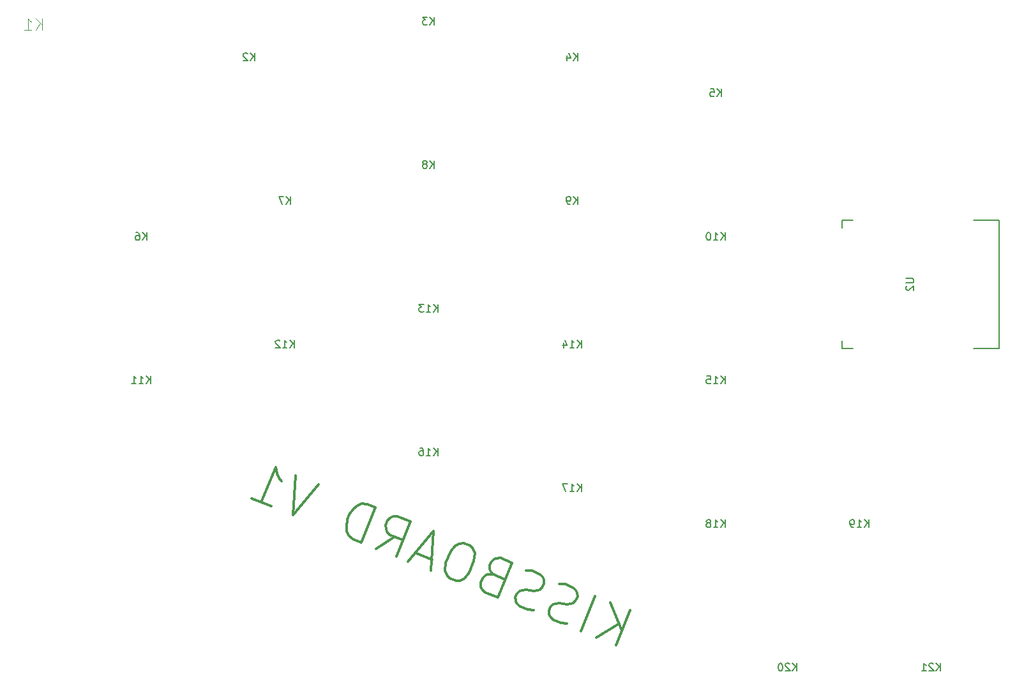
<source format=gbo>
G04 #@! TF.GenerationSoftware,KiCad,Pcbnew,(5.0.0-rc2-dev-301-g33f795be4)*
G04 #@! TF.CreationDate,2018-04-08T21:26:01+02:00*
G04 #@! TF.ProjectId,kissboard,6B697373626F6172642E6B696361645F,rev?*
G04 #@! TF.SameCoordinates,Original*
G04 #@! TF.FileFunction,Legend,Bot*
G04 #@! TF.FilePolarity,Positive*
%FSLAX46Y46*%
G04 Gerber Fmt 4.6, Leading zero omitted, Abs format (unit mm)*
G04 Created by KiCad (PCBNEW (5.0.0-rc2-dev-301-g33f795be4)) date 04/08/18 21:26:01*
%MOMM*%
%LPD*%
G01*
G04 APERTURE LIST*
%ADD10C,0.300000*%
%ADD11C,0.150000*%
%ADD12C,0.200000*%
%ADD13C,0.050000*%
G04 APERTURE END LIST*
D10*
X115335257Y-118070372D02*
X117208290Y-113434453D01*
X112686160Y-117000068D02*
X115743287Y-115153699D01*
X114559193Y-112364148D02*
X116137985Y-116083550D01*
X110699337Y-116197339D02*
X112572370Y-111561420D01*
X108801707Y-115173853D02*
X108050241Y-115127035D01*
X106946450Y-114681074D01*
X106594126Y-114281932D01*
X106462560Y-113971982D01*
X106420186Y-113441274D01*
X106598570Y-112999758D01*
X106997713Y-112647434D01*
X107307663Y-112515868D01*
X107838371Y-112473494D01*
X108810595Y-112609504D01*
X109341303Y-112567130D01*
X109651253Y-112435564D01*
X110050396Y-112083240D01*
X110228780Y-111641724D01*
X110186406Y-111111016D01*
X110054840Y-110801065D01*
X109702516Y-110401923D01*
X108598725Y-109955963D01*
X107847259Y-109909145D01*
X104386546Y-113390012D02*
X103635079Y-113343194D01*
X102531289Y-112897233D01*
X102178965Y-112498091D01*
X102047399Y-112188141D01*
X102005025Y-111657433D01*
X102183409Y-111215917D01*
X102582551Y-110863593D01*
X102892501Y-110732027D01*
X103423210Y-110689653D01*
X104395434Y-110825663D01*
X104926142Y-110783289D01*
X105236092Y-110651723D01*
X105635234Y-110299399D01*
X105813618Y-109857883D01*
X105771244Y-109327175D01*
X105639678Y-109017224D01*
X105287354Y-108618082D01*
X104183564Y-108172122D01*
X103432098Y-108125304D01*
X99097240Y-108685054D02*
X98345774Y-108638236D01*
X98035824Y-108769802D01*
X97636682Y-109122126D01*
X97369106Y-109784400D01*
X97411480Y-110315108D01*
X97543046Y-110625058D01*
X97895370Y-111024200D01*
X99661434Y-111737737D01*
X101534467Y-107101818D01*
X99989161Y-106477473D01*
X99458453Y-106519847D01*
X99148503Y-106651413D01*
X98749360Y-107003737D01*
X98570976Y-107445253D01*
X98613350Y-107975962D01*
X98744916Y-108285912D01*
X99097240Y-108685054D01*
X100642547Y-109309398D01*
X96015516Y-104872016D02*
X95132484Y-104515248D01*
X94601775Y-104557622D01*
X93981875Y-104820754D01*
X93404349Y-105614594D01*
X92780005Y-107159901D01*
X92643995Y-108132125D01*
X92907127Y-108752025D01*
X93259451Y-109151167D01*
X94142483Y-109507936D01*
X94673191Y-109465562D01*
X95293091Y-109202430D01*
X95870617Y-108408589D01*
X96494962Y-106863283D01*
X96630972Y-105891059D01*
X96367840Y-105271159D01*
X96015516Y-104872016D01*
X90924748Y-106667123D02*
X88717167Y-105775202D01*
X90831112Y-108170055D02*
X91158838Y-102909791D01*
X87740499Y-106921366D01*
X83546096Y-105226717D02*
X85983323Y-103643481D01*
X86195193Y-106297022D02*
X88068226Y-101661103D01*
X86302161Y-100947566D01*
X85771453Y-100989940D01*
X85461503Y-101121506D01*
X85062361Y-101473830D01*
X84794785Y-102136105D01*
X84837159Y-102666813D01*
X84968725Y-102976763D01*
X85321049Y-103375905D01*
X87087113Y-104089441D01*
X81559273Y-104423989D02*
X83432306Y-99788070D01*
X82328516Y-99342110D01*
X81577050Y-99295291D01*
X80957150Y-99558423D01*
X80558007Y-99910748D01*
X79980481Y-100704588D01*
X79712905Y-101366862D01*
X79576895Y-102339086D01*
X79619269Y-102869794D01*
X79882401Y-103489695D01*
X80455483Y-103978029D01*
X81559273Y-104423989D01*
X75926532Y-96755540D02*
X72508193Y-100767115D01*
X72835919Y-95506852D01*
X66989241Y-98537314D02*
X69638338Y-99607619D01*
X68313790Y-99072466D02*
X70186823Y-94436547D01*
X70360763Y-95277205D01*
X70623895Y-95897106D01*
X70976219Y-96296248D01*
D11*
X146743500Y-78668500D02*
X145343500Y-78668500D01*
X166143500Y-61668500D02*
X166143500Y-78668500D01*
X145343500Y-61668500D02*
X146743500Y-61668500D01*
X145343500Y-78668500D02*
X145343500Y-77668500D01*
X166143500Y-78668500D02*
X162743500Y-78668500D01*
X162743500Y-61668500D02*
X166143500Y-61668500D01*
X145343500Y-61668500D02*
X145343500Y-62668500D01*
X153820880Y-69405595D02*
X154630404Y-69405595D01*
X154725642Y-69453214D01*
X154773261Y-69500833D01*
X154820880Y-69596071D01*
X154820880Y-69786547D01*
X154773261Y-69881785D01*
X154725642Y-69929404D01*
X154630404Y-69977023D01*
X153820880Y-69977023D01*
X153916119Y-70405595D02*
X153868500Y-70453214D01*
X153820880Y-70548452D01*
X153820880Y-70786547D01*
X153868500Y-70881785D01*
X153916119Y-70929404D01*
X154011357Y-70977023D01*
X154106595Y-70977023D01*
X154249452Y-70929404D01*
X154820880Y-70357976D01*
X154820880Y-70977023D01*
D12*
X158376785Y-121451630D02*
X158376785Y-120451630D01*
X157805357Y-121451630D02*
X158233928Y-120880202D01*
X157805357Y-120451630D02*
X158376785Y-121023059D01*
X157424404Y-120546869D02*
X157376785Y-120499250D01*
X157281547Y-120451630D01*
X157043452Y-120451630D01*
X156948214Y-120499250D01*
X156900595Y-120546869D01*
X156852976Y-120642107D01*
X156852976Y-120737345D01*
X156900595Y-120880202D01*
X157472023Y-121451630D01*
X156852976Y-121451630D01*
X155900595Y-121451630D02*
X156472023Y-121451630D01*
X156186309Y-121451630D02*
X156186309Y-120451630D01*
X156281547Y-120594488D01*
X156376785Y-120689726D01*
X156472023Y-120737345D01*
X53601785Y-83351630D02*
X53601785Y-82351630D01*
X53030357Y-83351630D02*
X53458928Y-82780202D01*
X53030357Y-82351630D02*
X53601785Y-82923059D01*
X52077976Y-83351630D02*
X52649404Y-83351630D01*
X52363690Y-83351630D02*
X52363690Y-82351630D01*
X52458928Y-82494488D01*
X52554166Y-82589726D01*
X52649404Y-82637345D01*
X51125595Y-83351630D02*
X51697023Y-83351630D01*
X51411309Y-83351630D02*
X51411309Y-82351630D01*
X51506547Y-82494488D01*
X51601785Y-82589726D01*
X51697023Y-82637345D01*
X67413095Y-40489130D02*
X67413095Y-39489130D01*
X66841666Y-40489130D02*
X67270238Y-39917702D01*
X66841666Y-39489130D02*
X67413095Y-40060559D01*
X66460714Y-39584369D02*
X66413095Y-39536750D01*
X66317857Y-39489130D01*
X66079761Y-39489130D01*
X65984523Y-39536750D01*
X65936904Y-39584369D01*
X65889285Y-39679607D01*
X65889285Y-39774845D01*
X65936904Y-39917702D01*
X66508333Y-40489130D01*
X65889285Y-40489130D01*
X91225595Y-35726630D02*
X91225595Y-34726630D01*
X90654166Y-35726630D02*
X91082738Y-35155202D01*
X90654166Y-34726630D02*
X91225595Y-35298059D01*
X90320833Y-34726630D02*
X89701785Y-34726630D01*
X90035119Y-35107583D01*
X89892261Y-35107583D01*
X89797023Y-35155202D01*
X89749404Y-35202821D01*
X89701785Y-35298059D01*
X89701785Y-35536154D01*
X89749404Y-35631392D01*
X89797023Y-35679011D01*
X89892261Y-35726630D01*
X90177976Y-35726630D01*
X90273214Y-35679011D01*
X90320833Y-35631392D01*
X110275595Y-40489130D02*
X110275595Y-39489130D01*
X109704166Y-40489130D02*
X110132738Y-39917702D01*
X109704166Y-39489130D02*
X110275595Y-40060559D01*
X108847023Y-39822464D02*
X108847023Y-40489130D01*
X109085119Y-39441511D02*
X109323214Y-40155797D01*
X108704166Y-40155797D01*
X129325595Y-45251630D02*
X129325595Y-44251630D01*
X128754166Y-45251630D02*
X129182738Y-44680202D01*
X128754166Y-44251630D02*
X129325595Y-44823059D01*
X127849404Y-44251630D02*
X128325595Y-44251630D01*
X128373214Y-44727821D01*
X128325595Y-44680202D01*
X128230357Y-44632583D01*
X127992261Y-44632583D01*
X127897023Y-44680202D01*
X127849404Y-44727821D01*
X127801785Y-44823059D01*
X127801785Y-45061154D01*
X127849404Y-45156392D01*
X127897023Y-45204011D01*
X127992261Y-45251630D01*
X128230357Y-45251630D01*
X128325595Y-45204011D01*
X128373214Y-45156392D01*
X53125595Y-64301630D02*
X53125595Y-63301630D01*
X52554166Y-64301630D02*
X52982738Y-63730202D01*
X52554166Y-63301630D02*
X53125595Y-63873059D01*
X51697023Y-63301630D02*
X51887500Y-63301630D01*
X51982738Y-63349250D01*
X52030357Y-63396869D01*
X52125595Y-63539726D01*
X52173214Y-63730202D01*
X52173214Y-64111154D01*
X52125595Y-64206392D01*
X52077976Y-64254011D01*
X51982738Y-64301630D01*
X51792261Y-64301630D01*
X51697023Y-64254011D01*
X51649404Y-64206392D01*
X51601785Y-64111154D01*
X51601785Y-63873059D01*
X51649404Y-63777821D01*
X51697023Y-63730202D01*
X51792261Y-63682583D01*
X51982738Y-63682583D01*
X52077976Y-63730202D01*
X52125595Y-63777821D01*
X52173214Y-63873059D01*
X72175595Y-59539130D02*
X72175595Y-58539130D01*
X71604166Y-59539130D02*
X72032738Y-58967702D01*
X71604166Y-58539130D02*
X72175595Y-59110559D01*
X71270833Y-58539130D02*
X70604166Y-58539130D01*
X71032738Y-59539130D01*
X91225595Y-54776630D02*
X91225595Y-53776630D01*
X90654166Y-54776630D02*
X91082738Y-54205202D01*
X90654166Y-53776630D02*
X91225595Y-54348059D01*
X90082738Y-54205202D02*
X90177976Y-54157583D01*
X90225595Y-54109964D01*
X90273214Y-54014726D01*
X90273214Y-53967107D01*
X90225595Y-53871869D01*
X90177976Y-53824250D01*
X90082738Y-53776630D01*
X89892261Y-53776630D01*
X89797023Y-53824250D01*
X89749404Y-53871869D01*
X89701785Y-53967107D01*
X89701785Y-54014726D01*
X89749404Y-54109964D01*
X89797023Y-54157583D01*
X89892261Y-54205202D01*
X90082738Y-54205202D01*
X90177976Y-54252821D01*
X90225595Y-54300440D01*
X90273214Y-54395678D01*
X90273214Y-54586154D01*
X90225595Y-54681392D01*
X90177976Y-54729011D01*
X90082738Y-54776630D01*
X89892261Y-54776630D01*
X89797023Y-54729011D01*
X89749404Y-54681392D01*
X89701785Y-54586154D01*
X89701785Y-54395678D01*
X89749404Y-54300440D01*
X89797023Y-54252821D01*
X89892261Y-54205202D01*
X110275595Y-59539130D02*
X110275595Y-58539130D01*
X109704166Y-59539130D02*
X110132738Y-58967702D01*
X109704166Y-58539130D02*
X110275595Y-59110559D01*
X109227976Y-59539130D02*
X109037500Y-59539130D01*
X108942261Y-59491511D01*
X108894642Y-59443892D01*
X108799404Y-59301035D01*
X108751785Y-59110559D01*
X108751785Y-58729607D01*
X108799404Y-58634369D01*
X108847023Y-58586750D01*
X108942261Y-58539130D01*
X109132738Y-58539130D01*
X109227976Y-58586750D01*
X109275595Y-58634369D01*
X109323214Y-58729607D01*
X109323214Y-58967702D01*
X109275595Y-59062940D01*
X109227976Y-59110559D01*
X109132738Y-59158178D01*
X108942261Y-59158178D01*
X108847023Y-59110559D01*
X108799404Y-59062940D01*
X108751785Y-58967702D01*
X129801785Y-64301630D02*
X129801785Y-63301630D01*
X129230357Y-64301630D02*
X129658928Y-63730202D01*
X129230357Y-63301630D02*
X129801785Y-63873059D01*
X128277976Y-64301630D02*
X128849404Y-64301630D01*
X128563690Y-64301630D02*
X128563690Y-63301630D01*
X128658928Y-63444488D01*
X128754166Y-63539726D01*
X128849404Y-63587345D01*
X127658928Y-63301630D02*
X127563690Y-63301630D01*
X127468452Y-63349250D01*
X127420833Y-63396869D01*
X127373214Y-63492107D01*
X127325595Y-63682583D01*
X127325595Y-63920678D01*
X127373214Y-64111154D01*
X127420833Y-64206392D01*
X127468452Y-64254011D01*
X127563690Y-64301630D01*
X127658928Y-64301630D01*
X127754166Y-64254011D01*
X127801785Y-64206392D01*
X127849404Y-64111154D01*
X127897023Y-63920678D01*
X127897023Y-63682583D01*
X127849404Y-63492107D01*
X127801785Y-63396869D01*
X127754166Y-63349250D01*
X127658928Y-63301630D01*
X110751785Y-78589130D02*
X110751785Y-77589130D01*
X110180357Y-78589130D02*
X110608928Y-78017702D01*
X110180357Y-77589130D02*
X110751785Y-78160559D01*
X109227976Y-78589130D02*
X109799404Y-78589130D01*
X109513690Y-78589130D02*
X109513690Y-77589130D01*
X109608928Y-77731988D01*
X109704166Y-77827226D01*
X109799404Y-77874845D01*
X108370833Y-77922464D02*
X108370833Y-78589130D01*
X108608928Y-77541511D02*
X108847023Y-78255797D01*
X108227976Y-78255797D01*
X129801785Y-83351630D02*
X129801785Y-82351630D01*
X129230357Y-83351630D02*
X129658928Y-82780202D01*
X129230357Y-82351630D02*
X129801785Y-82923059D01*
X128277976Y-83351630D02*
X128849404Y-83351630D01*
X128563690Y-83351630D02*
X128563690Y-82351630D01*
X128658928Y-82494488D01*
X128754166Y-82589726D01*
X128849404Y-82637345D01*
X127373214Y-82351630D02*
X127849404Y-82351630D01*
X127897023Y-82827821D01*
X127849404Y-82780202D01*
X127754166Y-82732583D01*
X127516071Y-82732583D01*
X127420833Y-82780202D01*
X127373214Y-82827821D01*
X127325595Y-82923059D01*
X127325595Y-83161154D01*
X127373214Y-83256392D01*
X127420833Y-83304011D01*
X127516071Y-83351630D01*
X127754166Y-83351630D01*
X127849404Y-83304011D01*
X127897023Y-83256392D01*
X91701785Y-92876630D02*
X91701785Y-91876630D01*
X91130357Y-92876630D02*
X91558928Y-92305202D01*
X91130357Y-91876630D02*
X91701785Y-92448059D01*
X90177976Y-92876630D02*
X90749404Y-92876630D01*
X90463690Y-92876630D02*
X90463690Y-91876630D01*
X90558928Y-92019488D01*
X90654166Y-92114726D01*
X90749404Y-92162345D01*
X89320833Y-91876630D02*
X89511309Y-91876630D01*
X89606547Y-91924250D01*
X89654166Y-91971869D01*
X89749404Y-92114726D01*
X89797023Y-92305202D01*
X89797023Y-92686154D01*
X89749404Y-92781392D01*
X89701785Y-92829011D01*
X89606547Y-92876630D01*
X89416071Y-92876630D01*
X89320833Y-92829011D01*
X89273214Y-92781392D01*
X89225595Y-92686154D01*
X89225595Y-92448059D01*
X89273214Y-92352821D01*
X89320833Y-92305202D01*
X89416071Y-92257583D01*
X89606547Y-92257583D01*
X89701785Y-92305202D01*
X89749404Y-92352821D01*
X89797023Y-92448059D01*
X110751785Y-97639130D02*
X110751785Y-96639130D01*
X110180357Y-97639130D02*
X110608928Y-97067702D01*
X110180357Y-96639130D02*
X110751785Y-97210559D01*
X109227976Y-97639130D02*
X109799404Y-97639130D01*
X109513690Y-97639130D02*
X109513690Y-96639130D01*
X109608928Y-96781988D01*
X109704166Y-96877226D01*
X109799404Y-96924845D01*
X108894642Y-96639130D02*
X108227976Y-96639130D01*
X108656547Y-97639130D01*
X129801785Y-102401630D02*
X129801785Y-101401630D01*
X129230357Y-102401630D02*
X129658928Y-101830202D01*
X129230357Y-101401630D02*
X129801785Y-101973059D01*
X128277976Y-102401630D02*
X128849404Y-102401630D01*
X128563690Y-102401630D02*
X128563690Y-101401630D01*
X128658928Y-101544488D01*
X128754166Y-101639726D01*
X128849404Y-101687345D01*
X127706547Y-101830202D02*
X127801785Y-101782583D01*
X127849404Y-101734964D01*
X127897023Y-101639726D01*
X127897023Y-101592107D01*
X127849404Y-101496869D01*
X127801785Y-101449250D01*
X127706547Y-101401630D01*
X127516071Y-101401630D01*
X127420833Y-101449250D01*
X127373214Y-101496869D01*
X127325595Y-101592107D01*
X127325595Y-101639726D01*
X127373214Y-101734964D01*
X127420833Y-101782583D01*
X127516071Y-101830202D01*
X127706547Y-101830202D01*
X127801785Y-101877821D01*
X127849404Y-101925440D01*
X127897023Y-102020678D01*
X127897023Y-102211154D01*
X127849404Y-102306392D01*
X127801785Y-102354011D01*
X127706547Y-102401630D01*
X127516071Y-102401630D01*
X127420833Y-102354011D01*
X127373214Y-102306392D01*
X127325595Y-102211154D01*
X127325595Y-102020678D01*
X127373214Y-101925440D01*
X127420833Y-101877821D01*
X127516071Y-101830202D01*
X148851785Y-102401630D02*
X148851785Y-101401630D01*
X148280357Y-102401630D02*
X148708928Y-101830202D01*
X148280357Y-101401630D02*
X148851785Y-101973059D01*
X147327976Y-102401630D02*
X147899404Y-102401630D01*
X147613690Y-102401630D02*
X147613690Y-101401630D01*
X147708928Y-101544488D01*
X147804166Y-101639726D01*
X147899404Y-101687345D01*
X146851785Y-102401630D02*
X146661309Y-102401630D01*
X146566071Y-102354011D01*
X146518452Y-102306392D01*
X146423214Y-102163535D01*
X146375595Y-101973059D01*
X146375595Y-101592107D01*
X146423214Y-101496869D01*
X146470833Y-101449250D01*
X146566071Y-101401630D01*
X146756547Y-101401630D01*
X146851785Y-101449250D01*
X146899404Y-101496869D01*
X146947023Y-101592107D01*
X146947023Y-101830202D01*
X146899404Y-101925440D01*
X146851785Y-101973059D01*
X146756547Y-102020678D01*
X146566071Y-102020678D01*
X146470833Y-101973059D01*
X146423214Y-101925440D01*
X146375595Y-101830202D01*
X139326785Y-121451630D02*
X139326785Y-120451630D01*
X138755357Y-121451630D02*
X139183928Y-120880202D01*
X138755357Y-120451630D02*
X139326785Y-121023059D01*
X138374404Y-120546869D02*
X138326785Y-120499250D01*
X138231547Y-120451630D01*
X137993452Y-120451630D01*
X137898214Y-120499250D01*
X137850595Y-120546869D01*
X137802976Y-120642107D01*
X137802976Y-120737345D01*
X137850595Y-120880202D01*
X138422023Y-121451630D01*
X137802976Y-121451630D01*
X137183928Y-120451630D02*
X137088690Y-120451630D01*
X136993452Y-120499250D01*
X136945833Y-120546869D01*
X136898214Y-120642107D01*
X136850595Y-120832583D01*
X136850595Y-121070678D01*
X136898214Y-121261154D01*
X136945833Y-121356392D01*
X136993452Y-121404011D01*
X137088690Y-121451630D01*
X137183928Y-121451630D01*
X137279166Y-121404011D01*
X137326785Y-121356392D01*
X137374404Y-121261154D01*
X137422023Y-121070678D01*
X137422023Y-120832583D01*
X137374404Y-120642107D01*
X137326785Y-120546869D01*
X137279166Y-120499250D01*
X137183928Y-120451630D01*
X91701785Y-73826630D02*
X91701785Y-72826630D01*
X91130357Y-73826630D02*
X91558928Y-73255202D01*
X91130357Y-72826630D02*
X91701785Y-73398059D01*
X90177976Y-73826630D02*
X90749404Y-73826630D01*
X90463690Y-73826630D02*
X90463690Y-72826630D01*
X90558928Y-72969488D01*
X90654166Y-73064726D01*
X90749404Y-73112345D01*
X89844642Y-72826630D02*
X89225595Y-72826630D01*
X89558928Y-73207583D01*
X89416071Y-73207583D01*
X89320833Y-73255202D01*
X89273214Y-73302821D01*
X89225595Y-73398059D01*
X89225595Y-73636154D01*
X89273214Y-73731392D01*
X89320833Y-73779011D01*
X89416071Y-73826630D01*
X89701785Y-73826630D01*
X89797023Y-73779011D01*
X89844642Y-73731392D01*
X72651785Y-78589130D02*
X72651785Y-77589130D01*
X72080357Y-78589130D02*
X72508928Y-78017702D01*
X72080357Y-77589130D02*
X72651785Y-78160559D01*
X71127976Y-78589130D02*
X71699404Y-78589130D01*
X71413690Y-78589130D02*
X71413690Y-77589130D01*
X71508928Y-77731988D01*
X71604166Y-77827226D01*
X71699404Y-77874845D01*
X70747023Y-77684369D02*
X70699404Y-77636750D01*
X70604166Y-77589130D01*
X70366071Y-77589130D01*
X70270833Y-77636750D01*
X70223214Y-77684369D01*
X70175595Y-77779607D01*
X70175595Y-77874845D01*
X70223214Y-78017702D01*
X70794642Y-78589130D01*
X70175595Y-78589130D01*
D13*
X39224857Y-36408178D02*
X39224857Y-34884178D01*
X38354000Y-36408178D02*
X39007142Y-35537321D01*
X38354000Y-34884178D02*
X39224857Y-35755035D01*
X36902571Y-36408178D02*
X37773428Y-36408178D01*
X37338000Y-36408178D02*
X37338000Y-34884178D01*
X37483142Y-35101892D01*
X37628285Y-35247035D01*
X37773428Y-35319607D01*
M02*

</source>
